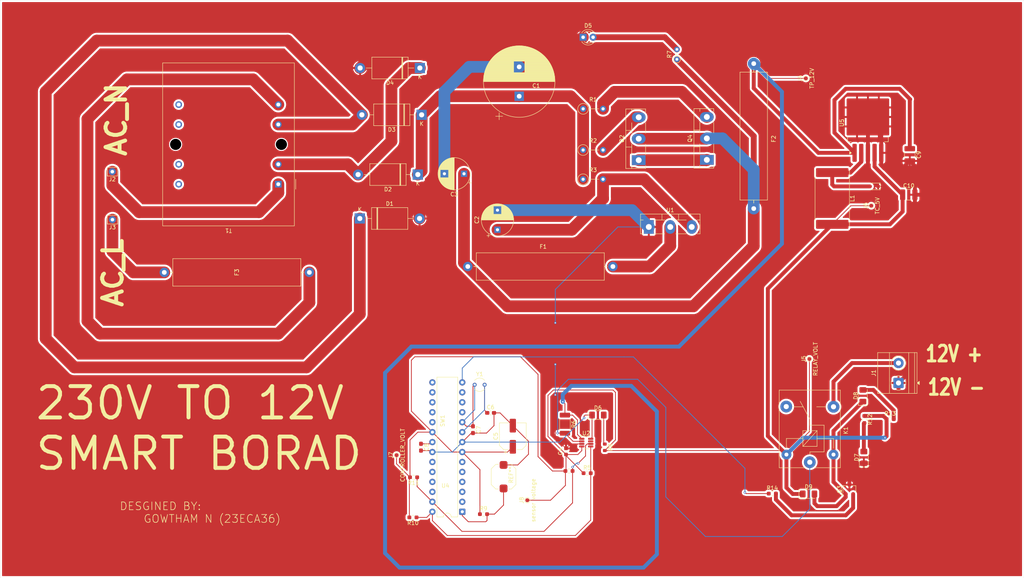
<source format=kicad_pcb>
(kicad_pcb (version 20241229) (generator "pcbnew") (generator_version "9.0")
  (layers (0 "F.Cu" signal) (2 "B.Cu" signal) (13 "F.Paste" user) (15 "B.Paste" user) (5 "F.SilkS" user "F.Silkscreen") (7 "B.SilkS" user "B.Silkscreen") (1 "F.Mask" user) (3 "B.Mask" user) (25 "Edge.Cuts" user))
  (net 0 "")
  (net 1 "Net-(D2-K)")
  (net 2 "Net-(Q2-B)")
  (net 3 "Net-(Q2-C)")
  (net 4 "TP_5V")
  (net 5 "GND_LOGIC")
  (net 6 "Net-(U4-XTAL1{slash}PB6)")
  (net 7 "Net-(U4-XTAL2{slash}PB7)")
  (net 8 "Net-(U4-AREF)")
  (net 9 "GND_POWER")
  (net 10 "Net-(D1-K)")
  (net 11 "Net-(D2-A)")
  (net 12 "Net-(D5-A)")
  (net 13 "Net-(D6-A)")
  (net 14 "Net-(D7-A)")
  (net 15 "Net-(D8-K)")
  (net 16 "Net-(D8-A)")
  (net 17 "Net-(D10-A)")
  (net 18 "Net-(U1-VO)")
  (net 19 "/12V+")
  (net 20 "Net-(T1-AB)")
  (net 21 "Net-(J3-Pin_1)")
  (net 22 "Net-(J1-Pin_2)")
  (net 24 "/LIN1")
  (net 25 "Net-(Q2-E)")
  (net 26 "Net-(Q3-B)")
  (net 27 "Net-(Q4-E)")
  (net 28 "TP_SDA")
  (net 29 "TP_SCL")
  (net 30 "Net-(U4-~{RESET}{slash}PC6)")
  (net 31 "/RELAY_DATA")
  (net 49 "Net-(J2-Pin_1)")
  (footprint "Resistor_SMD:R_2010_5025Metric" (layer "F.Cu") (at 161.9575 123.035 -90)
    (property "Reference" "R6")
    (property "Value" "R_Small")
  )
  (footprint "LED_SMD:LED_1206_3216Metric_Pad1.42x1.75mm_HandSolder" (layer "F.Cu") (at 237.94 115.7875 90)
    (property "Reference" "D8")
    (property "Value" "LED")
  )
  (footprint "Fuse:Fuse_SunFuse-6HP" (layer "F.Cu") (at 210.11 68.01 90)
    (property "Reference" "F2")
    (property "Value" "10A")
  )
  (footprint "Capacitor_THT:CP_Radial_D18.0mm_P7.50mm" (layer "F.Cu") (at 150.3 39.34 90)
    (property "Reference" "C1")
    (property "Value" "47000uF")
  )
  (footprint "Package_TO_SOT_THT:TO-218-3_Vertical" (layer "F.Cu") (at 198.15 55.575 90)
    (property "Reference" "Q4")
    (property "Value" "TIP2955")
  )
  (footprint "Resistor_THT:R_Axial_DIN0207_L6.3mm_D2.5mm_P5.08mm_Vertical" (layer "F.Cu") (at 166.595 53.06)
    (property "Reference" "R2")
    (property "Value" "5W O.1ohm")
  )
  (footprint "Diode_SMD:D_1206_3216Metric_Pad1.42x1.75mm_HandSolder" (layer "F.Cu") (at 224.1025 140.85)
    (property "Reference" "D9")
    (property "Value" "D")
  )
  (footprint "Package_DIP:DIP-28_W7.62mm" (layer "F.Cu") (at 135.7825 145.395 180)
    (property "Reference" "U4")
    (property "Value" "ATmega328P-P")
  )
  (footprint "Transformer_THT:Transformer_Triad_VPP16-310" (layer "F.Cu") (at 88.87 61.79 180)
    (property "Reference" "T1")
    (property "Value" "Transformer_1P_1S")
  )
  (footprint "Resistor_SMD:R_0603_1608Metric_Pad0.98x0.95mm_HandSolder" (layer "F.Cu") (at 123.2025 146.835 180)
    (property "Reference" "R10")
    (property "Value" "R_Small_US")
  )
  (footprint "Resistor_THT:R_Axial_DIN0207_L6.3mm_D2.5mm_P5.08mm_Vertical" (layer "F.Cu") (at 166.595 60.53)
    (property "Reference" "R3")
    (property "Value" "5W O.1ohm")
  )
  (footprint "Fuse:Fuse_SunFuse-6HP" (layer "F.Cu") (at 96.79 84.3 180)
    (property "Reference" "F3")
    (property "Value" "Fuse")
  )
  (footprint "Package_TO_SOT_SMD:TO-263-5_TabPin3" (layer "F.Cu") (at 239.23 46.13 90)
    (property "Reference" "U5")
    (property "Value" "LM2576HVS-3.3")
  )
  (footprint "Capacitor_THT:CP_Radial_D8.0mm_P5.00mm" (layer "F.Cu") (at 136.2226 59.12 180)
    (property "Reference" "C3")
    (property "Value" "10UF")
  )
  (footprint "Capacitor_SMD:C_1210_3225Metric_Pad1.33x2.70mm_HandSolder" (layer "F.Cu") (at 249.645 64.475)
    (property "Reference" "C10")
    (property "Value" "100UF")
  )
  (footprint "Relay_THT:Relay_SPDT_SANYOU_SRD_Series_Form_C" (layer "F.Cu") (at 224.4 132.75 90)
    (property "Reference" "K1")
    (property "Value" "SANYOU_SRD_Form_C")
  )
  (footprint "Resistor_SMD:R_0603_1608Metric_Pad0.98x0.95mm_HandSolder" (layer "F.Cu") (at 238.32 121.85 -90)
    (property "Reference" "R12")
    (property "Value" "1K")
  )
  (footprint "Inductor_SMD:L_Coilcraft_2929SQ-501" (layer "F.Cu") (at 230.135 65.425 -90)
    (property "Reference" "L1")
    (property "Value" "100UH")
  )
  (footprint "Diode_THT:D_DO-201AE_P15.24mm_Horizontal" (layer "F.Cu") (at 124.97 32.13 180)
    (property "Reference" "D4")
    (property "Value" "D")
  )
  (footprint "Capacitor_SMD:C_0603_1608Metric_Pad1.08x0.95mm_HandSolder" (layer "F.Cu") (at 143.0125 120.155)
    (property "Reference" "C6")
    (property "Value" "C")
  )
  (footprint "Connector_Pin:Pin_D0.9mm_L10.0mm_W2.4mm_FlatFork" (layer "F.Cu") (at 46.57 70.84)
    (property "Reference" "J3")
    (property "Value" "AC N")
  )
  (footprint "Package_TO_SOT_SMD:SC-59" (layer "F.Cu") (at 234.51 139.69 90)
    (property "Reference" "Q3")
    (property "Value" "BC547")
  )
  (footprint "TestPoint:TestPoint_Pad_D1.0mm" (layer "F.Cu") (at 223.4 34.78 90)
    (property "Reference" "J4")
    (property "Value" "TP_12V")
  )
  (footprint "Connector_Pin:Pin_D0.9mm_L10.0mm_W2.4mm_FlatFork" (layer "F.Cu") (at 46.54 58.59)
    (property "Reference" "J2")
    (property "Value" "AC L")
  )
  (footprint "Resistor_SMD:R_0603_1608Metric_Pad0.98x0.95mm_HandSolder" (layer "F.Cu") (at 123.3625 136.595 180)
    (property "Reference" "R11")
    (property "Value" "R_Small_US")
  )
  (footprint "Capacitor_SMD:C_0603_1608Metric" (layer "F.Cu") (at 162.2375 130.005 90)
    (property "Reference" "C4")
    (property "Value" "100 nf")
  )
  (footprint "Resistor_SMD:R_0603_1608Metric_Pad0.98x0.95mm_HandSolder" (layer "F.Cu") (at 244.9 121.76)
    (property "Reference" "R13")
    (property "Value" "1K")
  )
  (footprint "Diode_THT:D_DO-201AE_P15.24mm_Horizontal" (layer "F.Cu") (at 124.45 59.33 180)
    (property "Reference" "D2")
    (property "Value" "D")
  )
  (footprint "Resistor_SMD:R_0603_1608Metric_Pad0.98x0.95mm_HandSolder" (layer "F.Cu") (at 141.1925 146.005)
    (property "Reference" "R9")
    (property "Value" "10K")
  )
  (footprint "TestPoint:TestPoint_Pad_D1.0mm" (layer "F.Cu") (at 119.03 130.95 90)
    (property "Reference" "J7")
    (property "Value" "CONTROLLER_VOLT")
  )
  (footprint "Resistor_THT:R_Axial_DIN0207_L6.3mm_D2.5mm_P5.08mm_Vertical" (layer "F.Cu") (at 166.605 42.55)
    (property "Reference" "R1")
    (property "Value" "5W O.1ohm")
  )
  (footprint "Resistor_SMD:R_0603_1608Metric" (layer "F.Cu") (at 172.1275 128.945 -90)
    (property "Reference" "R8")
    (property "Value" "1k")
  )
  (footprint "Resistor_SMD:R_0603_1608Metric_Pad0.98x0.95mm_HandSolder" (layer "F.Cu") (at 162.9975 134.9925)
    (property "Reference" "R4" (hide yes))
    (property "Value" "10k")
  )
  (footprint "TerminalBlock_Phoenix:TerminalBlock_Phoenix_MKDS-1,5-2-5.08_1x02_P5.08mm_Horizontal" (layer "F.Cu") (at 247.03 112.52 90)
    (property "Reference" "J1")
    (property "Value" "load")
  )
  (footprint "Resistor_THT:R_Axial_DIN0204_L3.6mm_D1.6mm_P2.54mm_Vertical" (layer "F.Cu") (at 190.52 29.92 90)
    (property "Reference" "R7")
    (property "Value" "1k")
  )
  (footprint "Capacitor_SMD:C_1210_3225Metric_Pad1.33x2.70mm_HandSolder" (layer "F.Cu") (at 249.905 54.285 -90)
    (property "Reference" "C9")
    (property "Value" "100UF")
  )
  (footprint "LED_THT:LED_D3.0mm" (layer "F.Cu") (at 166.6 24.28)
    (property "Reference" "D5")
    (property "Value" "LED")
  )
  (footprint "TestPoint:TestPoint_Pad_D1.0mm" (layer "F.Cu") (at 152.37 142.46 90)
    (property "Reference" "J8")
    (property "Value" "sensor voltage")
  )
  (footprint "Capacitor_THT:CP_Radial_D8.0mm_P5.00mm" (layer "F.Cu") (at 144.76 73.41238 90)
    (property "Reference" "C2")
    (property "Value" "470uF")
  )
  (footprint "LED_SMD:LED_1206_3216Metric_Pad1.42x1.75mm_HandSolder" (layer "F.Cu") (at 170.37 120.705)
    (property "Reference" "D6")
    (property "Value" "LED")
  )
  (footprint "Diode_THT:D_DO-201AE_P15.24mm_Horizontal" (layer "F.Cu") (at 125.42 44.08 180)
    (property "Reference" "D3")
    (property "Value" "D")
  )
  (footprint "Resistor_SMD:R_0603_1608Metric_Pad0.98x0.95mm_HandSolder" (layer "F.Cu") (at 214.85 140.76)
    (property "Reference" "R14")
    (property "Value" "R_Small_US")
  )
  (footprint "Capacitor_SMD:CP_Elec_6.3x5.7" (layer "F.Cu") (at 148.6725 126.115 90)
    (property "Reference" "C5")
    (property "Value" "10UF")
  )
  (footprint "Package_TO_SOT_SMD:SOT-23-8" (layer "F.Cu") (at 167.395 127.75)
    (property "Reference" "U2")
    (property "Value" "INA219AxDCN")
  )
  (footprint "Resistor_SMD:R_0603_1608Metric_Pad0.98x0.95mm_HandSolder" (layer "F.Cu") (at 167.6275 135.5525)
    (property "Reference" "R5")
    (property "Value" "10k")
  )
  (footprint "Button_Switch_SMD:SW_Push_1TS009xxxx-xxxx-xxxx_6x6x5mm" (layer "F.Cu") (at 146.3125 136.445 90)
    (property "Reference" "SW1")
    (property "Value" "SW_Push")
  )
  (footprint "LED_SMD:LED_1206_3216Metric_Pad1.42x1.75mm_HandSolder" (layer "F.Cu") (at 238.19 131.5175 90)
    (property "Reference" "D7")
    (property "Value" "LED")
  )
  (footprint "Diode_THT:D_DO-201AE_P15.24mm_Horizontal" (layer "F.Cu") (at 109.65 70.54)
    (property "Reference" "D1")
    (property "Value" "D")
  )
  (footprint "Fuse:Fuse_SunFuse-6HP" (layer "F.Cu") (at 174.19 82.8 180)
    (property "Reference" "F1")
    (property "Value" "1A")
  )
  (footprint "Package_TO_SOT_THT:TO-218-3_Vertical" (layer "F.Cu") (at 183.35 72.7)
    (property "Reference" "U1")
    (property "Value" "LM1084-5.0")
  )
  (footprint "Diode_SMD:D_SOD-323" (layer "F.Cu") (at 240.785 62.355 180)
    (property "Reference" "D10" (hide yes))
    (property "Value" "MBR30")
  )
  (footprint "TestPoint:TestPoint_Pad_D1.0mm" (layer "F.Cu") (at 240.09 67.28 90)
    (property "Reference" "J6")
    (property "Value" "TC_5V")
  )
  (footprint "TestPoint:TestPoint_Pad_D1.0mm" (layer "F.Cu") (at 224.31 106.4 90)
    (property "Reference" "J5")
    (property "Value" "RELAY_VOLT")
  )
  (footprint "Package_TO_SOT_THT:TO-218-3_Vertical" (layer "F.Cu") (at 180.78 55.655 90)
    (property "Reference" "Q2")
    (property "Value" "TIP2955")
  )
  (footprint "Crystal:Crystal_AT310_D3.0mm_L10.0mm_Vertical" (layer "F.Cu") (at 138.9425 112.975)
    (property "Reference" "Y1")
    (property "Value" "Crystal")
  )
  (footprint "Capacitor_SMD:C_0603_1608Metric_Pad1.08x0.95mm_HandSolder" (layer "F.Cu") (at 125.2525 128.915 -90)
    (property "Reference" "C8")
    (property "Value" "10uf")
  )
  (footprint "Capacitor_SMD:C_0603_1608Metric_Pad1.08x0.95mm_HandSolder" (layer "F.Cu") (at 138.5125 124.445 -90)
    (property "Reference" "C7")
    (property "Value" "C")
  )
  (gr_rect (start 17.92 14.8) (end 279.03 162.32) (stroke (width 0.05)) (fill no) (layer "Edge.Cuts"))
  (gr_text "AC_L\n\n" (at 57.66 93.61 90) (layer "F.SilkS") (effects (font (size 5 5) (thickness 1)) (justify left bottom)))
  (gr_text "12V -\n" (at 254.13 115.94 0) (layer "F.SilkS") (effects (font (size 4 3) (thickness 0.75)) (justify left bottom)))
  (gr_text "DESGINED BY:\n    GOWTHAM N (23ECA36)\n" (at 48.33 148.35 0) (layer "F.SilkS") (effects (font (size 2 2)) (justify left bottom)))
  (gr_text "12V +" (at 253.57 107.42 0) (layer "F.SilkS") (effects (font (size 4 3) (thickness 0.75)) (justify left bottom)))
  (gr_text "AC_N\n" (at 50.48 55.11 90) (layer "F.SilkS") (effects (font (size 5 5) (thickness 1)) (justify left bottom)))
  (gr_text "230V TO 12V\nSMART BORAD\n" (at 26.45 135.23 0) (layer "F.SilkS") (effects (font (size 8 8) (thickness 1)) (justify left bottom)))
  (segment (start 166.605 53.05) (end 166.595 53.06) (width 3) (layer "F.Cu") (net 1))
  (segment (start 130.16 39.34) (end 125.42 44.08) (width 3) (layer "F.Cu") (net 1))
  (segment (start 166.605 42.55) (end 166.605 53.05) (width 3) (layer "F.Cu") (net 1))
  (segment (start 150.3 39.34) (end 163.395 39.34) (width 3) (layer "F.Cu") (net 1))
  (segment (start 163.395 39.34) (end 166.605 42.55) (width 3) (layer "F.Cu") (net 1))
  (segment (start 166.595 53.06) (end 166.595 60.53) (width 3) (layer "F.Cu") (net 1))
  (segment (start 125.42 44.08) (end 125.42 58.36) (width 3) (layer "F.Cu") (net 1))
  (segment (start 125.42 58.36) (end 124.45 59.33) (width 3) (layer "F.Cu") (net 1))
  (segment (start 150.3 39.34) (end 130.16 39.34) (width 3) (layer "F.Cu") (net 1))
  (segment (start 180.78 55.655) (end 198.07 55.655) (width 3) (layer "F.Cu") (net 2))
  (segment (start 144.76 73.41238) (end 163.72762 73.41238) (width 3) (layer "F.Cu") (net 2))
  (segment (start 182.13 60.53) (end 171.675 60.53) (width 3) (layer "F.Cu") (net 2))
  (segment (start 171.675 65.435) (end 171.675 60.53) (width 3) (layer "F.Cu") (net 2))
  (segment (start 171.69 65.45) (end 171.675 65.435) (width 3) (layer "F.Cu") (net 2))
  (segment (start 198.07 55.655) (end 198.15 55.575) (width 3) (layer "F.Cu") (net 2))
  (segment (start 163.72762 73.41238) (end 171.69 65.45) (width 3) (layer "F.Cu") (net 2))
  (segment (start 194.3 72.7) (end 182.13 60.53) (width 3) (layer "F.Cu") (net 2))
  (segment (start 210.11 77.56) (end 210.11 68.01) (width 3) (layer "F.Cu") (net 3))
  (segment (start 194.72 92.95) (end 210.11 77.56) (width 3) (layer "F.Cu") (net 3))
  (segment (start 136.2226 59.12) (end 136.2226 81.8326) (width 3) (layer "F.Cu") (net 3))
  (segment (start 190.52 29.92) (end 210.11 49.51) (width 1.5) (layer "F.Cu") (net 3))
  (segment (start 198.07 50.18) (end 198.15 50.1) (width 3) (layer "F.Cu") (net 3))
  (segment (start 136.2226 81.8326) (end 137.19 82.8) (width 3) (layer "F.Cu") (net 3))
  (segment (start 137.19 82.8) (end 147.34 92.95) (width 3) (layer "F.Cu") (net 3))
  (segment (start 210.11 49.51) (end 210.11 68.01) (width 1.5) (layer "F.Cu") (net 3))
  (segment (start 147.34 92.95) (end 194.72 92.95) (width 3) (layer "F.Cu") (net 3))
  (segment (start 180.78 50.18) (end 198.07 50.18) (width 3) (layer "F.Cu") (net 3))
  (segment (start 198.15 50.1) (end 202.14 50.1) (width 3) (layer "B.Cu") (net 3))
  (segment (start 210.11 58.07) (end 210.11 68.01) (width 3) (layer "B.Cu") (net 3))
  (segment (start 202.14 50.1) (end 210.11 58.07) (width 3) (layer "B.Cu") (net 3))
  (segment (start 243.9875 126.0925) (end 243.58 126.5) (width 1) (layer "F.Cu") (net 4))
  (segment (start 162.085 134.9925) (end 158.7775 134.9925) (width 0.2) (layer "F.Cu") (net 4))
  (segment (start 122.45 127.0775) (end 124.4525 125.075) (width 0.2) (layer "F.Cu") (net 4))
  (segment (start 238.32 120.9375) (end 243.165 120.9375) (width 1) (layer "F.Cu") (net 4))
  (segment (start 122.29 146.835) (end 122.29 136.755) (width 0.2) (layer "F.Cu") (net 4))
  (segment (start 123.6775 105.8425) (end 122.7975 106.7225) (width 0.2) (layer "F.Cu") (net 4))
  (segment (start 218.45 131.39) (end 218.45 139.24) (width 1) (layer "F.Cu") (net 4))
  (segment (start 174.2275 114.3125) (end 159.0175 114.3125) (width 0.2) (layer "F.Cu") (net 4))
  (segment (start 218.45 130.8) (end 213.71 126.06) (width 1) (layer "F.Cu") (net 4))
  (segment (start 162.2375 134.84) (end 162.085 134.9925) (width 0.2) (layer "F.Cu") (net 4))
  (segment (start 166.2575 129.7925) (end 165.27 130.78) (width 0.2) (layer "F.Cu") (net 4))
  (segment (start 234.885 67.28) (end 230.135 72.03) (width 0.2) (layer "F.Cu") (net 4))
  (segment (start 240.93 57.3225) (end 248.0825 64.475) (width 1) (layer "F.Cu") (net 4))
  (segment (start 213.71 126.06) (end 213.71 88.455) (width 1) (layer "F.Cu") (net 4))
  (segment (start 119.03 133.175) (end 122.45 136.595) (width 0.2) (layer "F.Cu") (net 4))
  (segment (start 243.9875 121.76) (end 243.9875 126.0925) (width 1) (layer "F.Cu") (net 4))
  (segment (start 240.93 53.78) (end 240.93 57.3225) (width 1) (layer "F.Cu") (net 4))
  (segment (start 122.45 136.595) (end 122.45 127.0775) (width 0.2) (layer "F.Cu") (net 4))
  (segment (start 162.085 138.665) (end 162.085 134.9925) (width 0.2) (layer "F.Cu") (net 4))
  (segment (start 133.2425 130.155) (end 128.1625 125.075) (width 0.2) (layer "F.Cu") (net 4))
  (segment (start 172.1275 129.77) (end 217.42 129.77) (width 0.2) (layer "F.Cu") (net 4))
  (segment (start 147.3325 130.155) (end 135.7825 130.155) (width 0.2) (layer "F.Cu") (net 4))
  (segment (start 158.7775 134.9925) (end 155.1075 131.3225) (width 0.2) (layer "F.Cu") (net 4))
  (segment (start 119.03 130.95) (end 119.03 133.175) (width 0.2) (layer "F.Cu") (net 4))
  (segment (start 230.135 72.03) (end 244.84 72.03) (width 1) (layer "F.Cu") (net 4))
  (segment (start 243.165 120.9375) (end 243.9875 121.76) (width 1) (layer "F.Cu") (net 4))
  (segment (start 174.8475 127.05) (end 174.8475 114.9325) (width 0.2) (layer "F.Cu") (net 4))
  (segment (start 157.6275 126.17) (end 162.2375 130.78) (width 0.2) (layer "F.Cu") (net 4))
  (segment (start 124.4525 125.075) (end 128.1625 125.075) (width 0.2) (layer "F.Cu") (net 4))
  (segment (start 140.28 146.005) (end 140.28 134.6525) (width 0.2) (layer "F.Cu") (net 4))
  (segment (start 148.6725 128.815) (end 147.3325 130.155) (width 0.2) (layer "F.Cu") (net 4))
  (segment (start 220.06 140.85) (end 222.615 140.85) (width 1) (layer "F.Cu") (net 4))
  (segment (start 162.2375 130.78) (end 162.2375 134.84) (width 0.2) (layer "F.Cu") (net 4))
  (segment (start 162.2375 131.075) (end 162.2375 130.78) (width 0.2) (layer "F.Cu") (net 4))
  (segment (start 150.6175 105.8425) (end 123.6775 105.8425) (width 0.2) (layer "F.Cu") (net 4))
  (segment (start 166.2575 128.725) (end 166.2575 129.7925) (width 0.2) (layer "F.Cu") (net 4))
  (segment (start 224.31 124.94) (end 218.45 130.8) (width 0.2) (layer "F.Cu") (net 4))
  (segment (start 157.6275 115.7025) (end 157.6275 126.17) (width 0.2) (layer "F.Cu") (net 4))
  (segment (start 135.7825 130.155) (end 133.2425 130.155) (width 0.2) (layer "F.Cu") (net 4))
  (segment (start 122.7975 119.71) (end 128.1625 125.075) (width 0.2) (layer "F.Cu") (net 4))
  (segment (start 217.42 129.77) (end 218.45 130.8) (width 0.2) (layer "F.Cu") (net 4))
  (segment (start 166.715 135.5525) (end 162.2375 131.075) (width 0.2) (layer "F.Cu") (net 4))
  (segment (start 159.0175 114.3125) (end 157.6275 115.7025) (width 0.2) (layer "F.Cu") (net 4))
  (segment (start 172.1275 129.77) (end 174.8475 127.05) (width 0.2) (layer "F.Cu") (net 4))
  (segment (start 213.71 88.455) (end 230.135 72.03) (width 1) (layer "F.Cu") (net 4))
  (segment (start 122.29 136.755) (end 122.45 136.595) (width 0.2) (layer "F.Cu") (net 4))
  (segment (start 152.37 142.46) (end 158.29 142.46) (width 0.2) (layer "F.Cu") (net 4))
  (segment (start 240.09 67.28) (end 234.885 67.28) (width 0.2) (layer "F.Cu") (net 4))
  (segment (start 122.7975 106.7225) (end 122.7975 119.71) (width 0.2) (layer "F.Cu") (net 4))
  (segment (start 155.1075 131.3225) (end 155.1075 110.3325) (width 0.2) (layer "F.Cu") (net 4))
  (segment (start 224.31 106.4) (end 224.31 124.94) (width 0.2) (layer "F.Cu") (net 4))
  (segment (start 218.45 130.8) (end 218.45 131.39) (width 1) (layer "F.Cu") (net 4))
  (segment (start 248.0825 68.7875) (end 248.0825 64.475) (width 1) (layer "F.Cu") (net 4))
  (segment (start 165.27 130.78) (end 162.2375 130.78) (width 0.2) (layer "F.Cu") (net 4))
  (segment (start 158.29 142.46) (end 162.085 138.665) (width 0.2) (layer "F.Cu") (net 4))
  (segment (start 244.84 72.03) (end 248.0825 68.7875) (width 1) (layer "F.Cu") (net 4))
  (segment (start 218.45 139.24) (end 220.06 140.85) (width 1) (layer "F.Cu") (net 4))
  (segment (start 140.28 134.6525) (end 135.7825 130.155) (width 0.2) (layer "F.Cu") (net 4))
  (segment (start 174.8475 114.9325) (end 174.2275 114.3125) (width 0.2) (layer "F.Cu") (net 4))
  (segment (start 155.1075 110.3325) (end 150.6175 105.8425) (width 0.2) (layer "F.Cu") (net 4))
  (via (at 243.58 126.5) (size 0.6) (drill 0.3) (layers "F.Cu" "B.Cu") (net 4))
  (segment (start 222.75 126.5) (end 243.58 126.5) (width 1) (layer "B.Cu") (net 4))
  (segment (start 218.45 130.8) (end 222.75 126.5) (width 1) (layer "B.Cu") (net 4))
  (segment (start 166.8475 120.9725) (end 167.115 120.705) (width 0.2) (layer "F.Cu") (net 5))
  (segment (start 143.875 123.4125) (end 141.98 125.3075) (width 0.2) (layer "F.Cu") (net 5))
  (segment (start 166.8475 121.4425) (end 166.8475 120.9725) (width 0.2) (layer "F.Cu") (net 5))
  (segment (start 145.4125 120.155) (end 148.6725 123.415) (width 0.2) (layer "F.Cu") (net 5))
  (segment (start 168.8825 120.705) (end 168.8825 126.425) (width 0.2) (layer "F.Cu") (net 5))
  (segment (start 152.6625 127.405) (end 148.6725 123.415) (width 0.2) (layer "F.Cu") (net 5))
  (segment (start 146.3125 133.445) (end 149.9325 133.445) (width 0.2) (layer "F.Cu") (net 5))
  (segment (start 127.785 129.7775) (end 128.1625 130.155) (width 0.2) (layer "F.Cu") (net 5))
  (segment (start 152.6625 130.715) (end 152.6625 127.405) (width 0.2) (layer "F.Cu") (net 5))
  (segment (start 167.115 120.705) (end 168.8825 120.705) (width 0.2) (layer "F.Cu") (net 5))
  (segment (start 141.98 125.3075) (end 138.5125 125.3075) (width 0.2) (layer "F.Cu") (net 5))
  (segment (start 125.2525 129.7775) (end 127.785 129.7775) (width 0.2) (layer "F.Cu") (net 5))
  (segment (start 143.875 120.155) (end 143.875 123.4125) (width 0.2) (layer "F.Cu") (net 5))
  (segment (start 135.7825 127.615) (end 138.09 125.3075) (width 0.2) (layer "F.Cu") (net 5))
  (segment (start 149.9325 133.445) (end 152.6625 130.715) (width 0.2) (layer "F.Cu") (net 5))
  (segment (start 138.09 125.3075) (end 138.5125 125.3075) (width 0.2) (layer "F.Cu") (net 5))
  (segment (start 168.8825 126.425) (end 168.5325 126.775) (width 0.2) (layer "F.Cu") (net 5))
  (segment (start 143.875 120.155) (end 145.4125 120.155) (width 0.2) (layer "F.Cu") (net 5))
  (via (at 166.8475 121.4425) (size 0.6) (drill 0.3) (layers "F.Cu" "B.Cu") (net 5))
  (segment (start 133.2425 130.155) (end 135.7825 127.615) (width 0.2) (layer "B.Cu") (net 5))
  (segment (start 135.7825 127.615) (end 160.675 127.615) (width 0.2) (layer "B.Cu") (net 5))
  (segment (start 160.675 127.615) (end 166.8475 121.4425) (width 0.2) (layer "B.Cu") (net 5))
  (segment (start 128.1625 130.155) (end 133.2425 130.155) (width 0.2) (layer "B.Cu") (net 5))
  (segment (start 141.4825 119.4875) (end 142.15 120.155) (width 0.2) (layer "F.Cu") (net 6))
  (segment (start 141.4825 112.975) (end 141.4825 119.4875) (width 0.2) (layer "F.Cu") (net 6))
  (segment (start 141.4825 112.975) (end 141.4825 119.375) (width 0.2) (layer "B.Cu") (net 6))
  (segment (start 141.4825 119.375) (end 135.7825 125.075) (width 0.2) (layer "B.Cu") (net 6))
  (segment (start 136.83 123.5825) (end 135.7825 122.535) (width 0.2) (layer "F.Cu") (net 7))
  (segment (start 138.5125 113.405) (end 138.9425 112.975) (width 0.2) (layer "F.Cu") (net 7))
  (segment (start 138.5125 123.5825) (end 136.83 123.5825) (width 0.2) (layer "F.Cu") (net 7))
  (segment (start 138.5125 123.5825) (end 138.5125 113.405) (width 0.2) (layer "F.Cu") (net 7))
  (segment (start 138.9425 112.975) (end 138.9425 119.375) (width 0.2) (layer "B.Cu") (net 7))
  (segment (start 138.9425 119.375) (end 135.7825 122.535) (width 0.2) (layer "B.Cu") (net 7))
  (segment (start 127.725 128.0525) (end 128.1625 127.615) (width 0.2) (layer "F.Cu") (net 8))
  (segment (start 125.2525 128.0525) (end 127.725 128.0525) (width 0.2) (layer "F.Cu") (net 8))
  (segment (start 258.97 36.63) (end 242.53 20.19) (width 1) (layer "F.Cu") (net 9))
  (segment (start 162.23 129.23) (end 159.51 126.51) (width 0.2) (layer "F.Cu") (net 9))
  (segment (start 166.2575 128.075) (end 163.3925 128.075) (width 0.2) (layer "F.Cu") (net 9))
  (segment (start 247.03 112.52) (end 247.03 115.71) (width 1) (layer "F.Cu") (net 9))
  (segment (start 251.2075 64.475) (end 256.845 64.475) (width 1) (layer "F.Cu") (net 9))
  (segment (start 251.2075 57.15) (end 249.905 55.8475) (width 1) (layer "F.Cu") (net 9))
  (segment (start 251.2075 108.3425) (end 247.03 112.52) (width 1) (layer "F.Cu") (net 9))
  (segment (start 144.76 68.41238) (end 144.76 54.41) (width 3) (layer "F.Cu") (net 9))
  (segment (start 124.89 70.54) (end 124.89 65.4526) (width 3) (layer "F.Cu") (net 9))
  (segment (start 140.67 50.32) (end 135.4 50.32) (width 3) (layer "F.Cu") (net 9))
  (segment (start 158.979 31.84) (end 166.539 24.28) (width 3) (layer "F.Cu") (net 9))
  (segment (start 250.57 131.54) (end 249.105 133.005) (width 1) (layer "F.Cu") (net 9))
  (segment (start 143.44 24.98) (end 150.3 31.84) (width 3) (layer "F.Cu") (net 9))
  (segment (start 144.76 54.41) (end 140.67 50.32) (width 3) (layer "F.Cu") (net 9))
  (segment (start 109.73 32.13) (end 116.88 24.98) (width 3) (layer "F.Cu") (net 9))
  (segment (start 242.63 53.78) (end 242.63 47.68) (width 1) (layer "F.Cu") (net 9))
  (segment (start 150.3 31.84) (end 158.979 31.84) (width 3) (layer "F.Cu") (net 9))
  (segment (start 159.51 126.51) (end 159.51 115.56) (width 0.2) (layer "F.Cu") (net 9))
  (segment (start 251.2075 64.475) (end 251.2075 108.3425) (width 1) (layer "F.Cu") (net 9))
  (segment (start 243.445 57.765) (end 242.63 56.95) (width 1) (layer "F.Cu") (net 9))
  (segment (start 234.51 135.71) (end 234.51 138.49) (width 1) (layer "F.Cu") (net 9))
  (segment (start 159.51 97.18) (end 159.51 97.13) (width 0.2) (layer "F.Cu") (net 9))
  (segment (start 242.63 47.68) (end 242.005 47.055) (width 1) (layer "F.Cu") (net 9))
  (segment (start 247.03 115.71) (end 250.57 119.25) (width 1) (layer "F.Cu") (net 9))
  (segment (start 239.23 53.78) (end 239.23 44.63) (width 1) (layer "F.Cu") (net 9))
  (segment (start 159.51 107.78) (end 159.51 97.18) (width 0.2) (layer "F.Cu") (net 9))
  (segment (start 241.835 62.355) (end 239.23 59.75) (width 1) (layer "F.Cu") (net 9))
  (segment (start 116.88 24.98) (end 143.44 24.98) (width 3) (layer "F.Cu") (net 9))
  (segment (start 124.89 65.4526) (end 131.2226 59.12) (width 3) (layer "F.Cu") (net 9))
  (segment (start 166.6 21.17) (end 166.6 24.28) (width 1) (layer "F.Cu") (net 9))
  (segment (start 238.19 133.005) (end 237.215 133.005) (width 1) (layer "F.Cu") (net 9))
  (segment (start 258.97 62.35) (end 258.97 36.63) (width 1) (layer "F.Cu") (net 9))
  (segment (start 163.3925 128.075) (end 162.2375 129.23) (width 0.2) (layer "F.Cu") (net 9))
  (segment (start 162.2375 129.23) (end 162.23 129.23) (width 0.2) (layer "F.Cu") (net 9))
  (segment (start 242.53 20.19) (end 167.58 20.19) (width 1) (layer "F.Cu") (net 9))
  (segment (start 167.58 20.19) (end 166.6 21.17) (width 1) (layer "F.Cu") (net 9))
  (segment (start 135.4 50.32) (end 131.2226 54.4974) (width 3) (layer "F.Cu") (net 9))
  (segment (start 247.9875 57.765) (end 243.445 57.765) (width 1) (layer "F.Cu") (net 9))
  (segment (start 256.845 64.475) (end 258.97 62.35) (width 1) (layer "F.Cu") (net 9))
  (segment (start 249.905 55.8475) (end 247.9875 57.765) (width 1) (layer "F.Cu") (net 9))
  (segment (start 237.215 133.005) (end 234.51 135.71) (width 1) (layer "F.Cu") (net 9))
  (segment (start 249.105 133.005) (end 238.19 133.005) (width 1) (layer "F.Cu") (net 9))
  (segment (start 131.2226 54.4974) (end 131.2226 59.12) (width 3) (layer "F.Cu") (net 9))
  (segment (start 251.2075 64.475) (end 251.2075 57.15) (width 1) (layer "F.Cu") (net 9))
  (segment (start 250.57 119.25) (end 250.57 131.54) (width 1) (layer "F.Cu") (net 9))
  (segment (start 242.63 56.95) (end 242.63 53.78) (width 1) (layer "F.Cu") (net 9))
  (segment (start 239.23 59.75) (end 239.23 53.78) (width 1) (layer "F.Cu") (net 9))
  (via (at 159.51 97.18) (size 0.6) (drill 0.3) (layers "F.Cu" "B.Cu") (net 9))
  (via (at 159.51 107.78) (size 0.6) (drill 0.3) (layers "F.Cu" "B.Cu") (net 9))
  (via (at 159.51 115.56) (size 0.6) (drill 0.3) (layers "F.Cu" "B.Cu") (net 9))
  (segment (start 179.06238 68.41238) (end 183.35 72.7) (width 3) (layer "B.Cu") (net 9))
  (segment (start 137.56 31.84) (end 150.3 31.84) (width 3) (layer "B.Cu") (net 9))
  (segment (start 159.51 115.56) (end 159.51 107.78) (width 0.2) (layer "B.Cu") (net 9))
  (segment (start 131.2226 38.1774) (end 137.56 31.84) (width 3) (layer "B.Cu") (net 9))
  (segment (start 131.2226 59.12) (end 131.2226 38.1774) (width 3) (layer "B.Cu") (net 9))
  (segment (start 159.51 88.66) (end 175.47 72.7) (width 0.2) (layer "B.Cu") (net 9))
  (segment (start 159.51 97.18) (end 159.51 88.66) (width 0.2) (layer "B.Cu") (net 9))
  (segment (start 175.47 72.7) (end 183.35 72.7) (width 0.2) (layer "B.Cu") (net 9))
  (segment (start 144.76 68.41238) (end 179.06238 68.41238) (width 3) (layer "B.Cu") (net 9))
  (segment (start 29.56 101.23) (end 36.88 108.55) (width 3) (layer "F.Cu") (net 10))
  (segment (start 110.18 44.08) (end 91.24 25.14) (width 3) (layer "F.Cu") (net 10))
  (segment (start 91.24 25.14) (end 42.57 25.14) (width 3) (layer "F.Cu") (net 10))
  (segment (start 88.87 46.55) (end 107.71 46.55) (width 3) (layer "F.Cu") (net 10))
  (segment (start 29.56 38.15) (end 29.56 101.23) (width 3) (layer "F.Cu") (net 10))
  (segment (start 107.71 46.55) (end 110.18 44.08) (width 3) (layer "F.Cu") (net 10))
  (segment (start 42.57 25.14) (end 29.56 38.15) (width 3) (layer "F.Cu") (net 10))
  (segment (start 96.06 108.55) (end 109.65 94.96) (width 3) (layer "F.Cu") (net 10))
  (segment (start 109.65 94.96) (end 109.65 70.54) (width 3) (layer "F.Cu") (net 10))
  (segment (start 36.88 108.55) (end 96.06 108.55) (width 3) (layer "F.Cu") (net 10))
  (segment (start 106.59 56.71) (end 109.21 59.33) (width 3) (layer "F.Cu") (net 11))
  (segment (start 88.87 56.71) (end 106.59 56.71) (width 3) (layer "F.Cu") (net 11))
  (segment (start 122.22 32.13) (end 117.72 36.63) (width 3) (layer "F.Cu") (net 11))
  (segment (start 124.97 32.13) (end 122.22 32.13) (width 3) (layer "F.Cu") (net 11))
  (segment (start 117.72 50.82) (end 109.21 59.33) (width 3) (layer "F.Cu") (net 11))
  (segment (start 117.72 36.63) (end 117.72 50.82) (width 3) (layer "F.Cu") (net 11))
  (segment (start 169.14 24.28) (end 187.42 24.28) (width 1.5) (layer "F.Cu") (net 12))
  (segment (start 187.42 24.28) (end 190.52 27.38) (width 1.5) (layer "F.Cu") (net 12))
  (segment (start 171.8575 120.705) (end 171.8575 127.85) (width 0.2) (layer "F.Cu") (net 13))
  (segment (start 171.8575 127.85) (end 172.1275 128.12) (width 0.2) (layer "F.Cu") (net 13))
  (segment (start 238.19 122.8925) (end 238.32 122.7625) (width 1) (layer "F.Cu") (net 14))
  (segment (start 238.19 130.03) (end 238.19 122.8925) (width 1) (layer "F.Cu") (net 14))
  (segment (start 230.45 130.8) (end 230.45 137.78) (width 1) (layer "F.Cu") (net 15))
  (segment (start 230.45 137.78) (end 233.56 140.89) (width 1) (layer "F.Cu") (net 15))
  (segment (start 233.56 141.65) (end 233.56 140.89) (width 1) (layer "F.Cu") (net 15))
  (segment (start 225.59 143.23) (end 226.33 143.97) (width 1) (layer "F.Cu") (net 15))
  (segment (start 237.94 117.275) (end 230.45 124.765) (width 1) (layer "F.Cu") (net 15))
  (segment (start 226.33 143.97) (end 231.24 143.97) (width 1) (layer "F.Cu") (net 15))
  (segment (start 230.45 124.765) (end 230.45 130.8) (width 1) (layer "F.Cu") (net 15))
  (segment (start 225.59 140.85) (end 225.59 143.23) (width 1) (layer "F.Cu") (net 15))
  (segment (start 231.24 143.97) (end 233.56 141.65) (width 1) (layer "F.Cu") (net 15))
  (segment (start 240.61 114.3) (end 237.94 114.3) (width 1) (layer "F.Cu") (net 16))
  (segment (start 245.8125 121.76) (end 245.8125 119.5025) (width 1) (layer "F.Cu") (net 16))
  (segment (start 245.8125 119.5025) (end 240.61 114.3) (width 1) (layer "F.Cu") (net 16))
  (segment (start 230.605 62.355) (end 230.135 61.885) (width 1) (layer "F.Cu") (net 17))
  (segment (start 239.735 62.355) (end 230.605 62.355) (width 1) (layer "F.Cu") (net 17))
  (segment (start 237.53 56.08) (end 237.53 53.78) (width 1) (layer "F.Cu") (net 17))
  (segment (start 234.79 58.82) (end 237.53 56.08) (width 1) (layer "F.Cu") (net 17))
  (segment (start 230.135 61.885) (end 230.135 58.82) (width 1) (layer "F.Cu") (net 17))
  (segment (start 230.135 58.82) (end 234.79 58.82) (width 1) (layer "F.Cu") (net 17))
  (segment (start 188.825 77.525) (end 188.825 72.7) (width 3) (layer "F.Cu") (net 18))
  (segment (start 183.55 82.8) (end 188.825 77.525) (width 3) (layer "F.Cu") (net 18))
  (segment (start 174.19 82.8) (end 183.55 82.8) (width 3) (layer "F.Cu") (net 18))
  (segment (start 226.59 53.78) (end 210.11 37.3) (width 1) (layer "F.Cu") (net 19))
  (segment (start 213.88 34.78) (end 210.11 31.01) (width 0.2) (layer "F.Cu") (net 19))
  (segment (start 163.9025 120.7225) (end 161.9575 120.7225) (width 0.2) (layer "F.Cu") (net 19))
  (segment (start 165.16 125.6775) (end 165.16 121.98) (width 0.2) (layer "F.Cu") (net 19))
  (segment (start 210.11 37.3) (end 210.11 31.01) (width 1) (layer "F.Cu") (net 19))
  (segment (start 165.16 121.98) (end 163.9025 120.7225) (width 0.2) (layer "F.Cu") (net 19))
  (segment (start 247.305 37.435) (end 233.565 37.435) (width 1) (layer "F.Cu") (net 19))
  (segment (start 161.9575 117.8475) (end 161.41 117.3) (width 0.2) (layer "F.Cu") (net 19))
  (segment (start 249.995 40.125) (end 247.305 37.435) (width 1) (layer "F.Cu") (net 19))
  (segment (start 249.905 52.7225) (end 249.905 40.215) (width 1) (layer "F.Cu") (net 19))
  (segment (start 166.2575 126.775) (end 165.16 125.6775) (width 0.2) (layer "F.Cu") (net 19))
  (segment (start 249.905 40.215) (end 249.995 40.125) (width 1) (layer "F.Cu") (net 19))
  (segment (start 235.83 53.78) (end 226.59 53.78) (width 1) (layer "F.Cu") (net 19))
  (segment (start 230.695 48.645) (end 235.83 53.78) (width 1) (layer "F.Cu") (net 19))
  (segment (start 161.9575 120.7225) (end 161.9575 117.8475) (width 0.2) (layer "F.Cu") (net 19))
  (segment (start 223.4 34.78) (end 213.88 34.78) (width 0.2) (layer "F.Cu") (net 19))
  (segment (start 230.695 40.305) (end 230.695 48.645) (width 1) (layer "F.Cu") (net 19))
  (segment (start 233.565 37.435) (end 230.695 40.305) (width 1) (layer "F.Cu") (net 19))
  (via (at 161.41 117.3) (size 0.6) (drill 0.3) (layers "F.Cu" "B.Cu") (net 19))
  (segment (start 122.81 103.23) (end 116.09 109.95) (width 1) (layer "B.Cu") (net 19))
  (segment (start 119.78 159.65) (end 182.01 159.65) (width 1) (layer "B.Cu") (net 19))
  (segment (start 191.05 103.23) (end 122.81 103.23) (width 1) (layer "B.Cu") (net 19))
  (segment (start 182.01 159.65) (end 185.41 156.25) (width 1) (layer "B.Cu") (net 19))
  (segment (start 178.87 113.27) (end 163.61 113.27) (width 1) (layer "B.Cu") (net 19))
  (segment (start 116.09 109.95) (end 116.09 155.96) (width 1) (layer "B.Cu") (net 19))
  (segment (start 161.41 115.47) (end 161.41 117.3) (width 1) (layer "B.Cu") (net 19))
  (segment (start 217.3 76.98) (end 191.05 103.23) (width 1) (layer "B.Cu") (net 19))
  (segment (start 116.09 155.96) (end 119.78 159.65) (width 1) (layer "B.Cu") (net 19))
  (segment (start 210.11 31.01) (end 217.3 38.2) (width 1) (layer "B.Cu") (net 19))
  (segment (start 185.41 156.25) (end 185.41 119.81) (width 1) (layer "B.Cu") (net 19))
  (segment (start 217.3 38.2) (end 217.3 76.98) (width 1) (layer "B.Cu") (net 19))
  (segment (start 185.41 119.81) (end 178.87 113.27) (width 1) (layer "B.Cu") (net 19))
  (segment (start 161.41 117.3) (end 161.41 117.35) (width 1) (layer "B.Cu") (net 19))
  (segment (start 163.61 113.27) (end 161.41 115.47) (width 1) (layer "B.Cu") (net 19))
  (segment (start 210.11 31.01) (end 210.35 31.25) (width 3) (layer "B.Cu") (net 19))
  (segment (start 96.79 84.3) (end 96.79 92.01) (width 3) (layer "F.Cu") (net 20))
  (segment (start 40.205 96.735) (end 40.205 45.125) (width 3) (layer "F.Cu") (net 20))
  (segment (start 88.865 99.935) (end 43.405 99.935) (width 3) (layer "F.Cu") (net 20))
  (segment (start 50.295 35.035) (end 82.435 35.035) (width 3) (layer "F.Cu") (net 20))
  (segment (start 96.79 92.01) (end 88.865 99.935) (width 3) (layer "F.Cu") (net 20))
  (segment (start 82.435 35.035) (end 88.87 41.47) (width 3) (layer "F.Cu") (net 20))
  (segment (start 40.205 45.125) (end 50.295 35.035) (width 3) (layer "F.Cu") (net 20))
  (segment (start 43.405 99.935) (end 40.205 96.735) (width 3) (layer "F.Cu") (net 20))
  (segment (start 51.94 84.3) (end 59.79 84.3) (width 3) (layer "F.Cu") (net 21))
  (segment (start 46.57 78.93) (end 51.94 84.3) (width 3) (layer "F.Cu") (net 21))
  (segment (start 46.57 70.84) (end 46.57 78.93) (width 3) (layer "F.Cu") (net 21))
  (segment (start 230.45 118.6) (end 230.45 112.18) (width 1) (layer "F.Cu") (net 22))
  (segment (start 235.19 107.44) (end 247.03 107.44) (width 1) (layer "F.Cu") (net 22))
  (segment (start 230.45 112.18) (end 235.19 107.44) (width 1) (layer "F.Cu") (net 22))
  (segment (start 166.2575 127.425) (end 164.035 127.425) (width 0.2) (layer "F.Cu") (net 24))
  (segment (start 164.035 127.425) (end 161.9575 125.3475) (width 0.2) (layer "F.Cu") (net 24))
  (segment (start 160.111 125.321) (end 161.931 125.321) (width 0.2) (layer "F.Cu") (net 24))
  (segment (start 161.931 125.321) (end 161.9575 125.3475) (width 0.2) (layer "F.Cu") (net 24))
  (via (at 160.111 125.321) (size 0.6) (drill 0.3) (layers "F.Cu" "B.Cu") (net 24))
  (segment (start 187.68 141.6) (end 187.68 118.75) (width 0.2) (layer "B.Cu") (net 24))
  (segment (start 224.4 144.69) (end 217.39 151.7) (width 0.2) (layer "B.Cu") (net 24))
  (segment (start 217.39 151.7) (end 197.78 151.7) (width 0.2) (layer "B.Cu") (net 24))
  (segment (start 180.52 111.59) (end 162.83 111.59) (width 0.2) (layer "B.Cu") (net 24))
  (segment (start 197.78 151.7) (end 187.68 141.6) (width 0.2) (layer "B.Cu") (net 24))
  (segment (start 160.111 114.309) (end 160.111 125.321) (width 0.2) (layer "B.Cu") (net 24))
  (segment (start 187.68 118.75) (end 180.52 111.59) (width 0.2) (layer "B.Cu") (net 24))
  (segment (start 162.83 111.59) (end 160.111 114.309) (width 0.2) (layer "B.Cu") (net 24))
  (segment (start 224.4 132.75) (end 224.4 144.69) (width 0.2) (layer "B.Cu") (net 24))
  (segment (start 180.03 44.705) (end 171.675 53.06) (width 3) (layer "F.Cu") (net 25))
  (segment (start 180.78 44.705) (end 180.03 44.705) (width 3) (layer "F.Cu") (net 25))
  (segment (start 215.7625 142.2825) (end 219.78 146.3) (width 1) (layer "F.Cu") (net 26))
  (segment (start 235.46 144.42) (end 235.46 140.89) (width 1) (layer "F.Cu") (net 26))
  (segment (start 233.58 146.3) (end 235.46 144.42) (width 1) (layer "F.Cu") (net 26))
  (segment (start 219.78 146.3) (end 233.58 146.3) (width 1) (layer "F.Cu") (net 26))
  (segment (start 215.7625 140.76) (end 215.7625 142.2825) (width 1) (layer "F.Cu") (net 26))
  (segment (start 191.735 38.21) (end 198.15 44.625) (width 3) (layer "F.Cu") (net 27))
  (segment (start 174.63 38.21) (end 191.735 38.21) (width 3) (layer "F.Cu") (net 27))
  (segment (start 171.685 42.55) (end 171.685 41.155) (width 3) (layer "F.Cu") (net 27))
  (segment (start 171.685 41.155) (end 174.63 38.21) (width 3) (layer "F.Cu") (net 27))
  (segment (start 165.345 133.025) (end 165.28 133.09) (width 0.2) (layer "F.Cu") (net 28))
  (segment (start 167.221 128.519) (end 167.221 131.149) (width 0.2) (layer "F.Cu") (net 28))
  (segment (start 156.6275 150.4025) (end 163.91 143.12) (width 0.2) (layer "F.Cu") (net 28))
  (segment (start 167.665 128.075) (end 167.221 128.519) (width 0.2) (layer "F.Cu") (net 28))
  (segment (start 163.91 134.9925) (end 163.91 134) (width 0.2) (layer "F.Cu") (net 28))
  (segment (start 167.221 131.149) (end 165.345 133.025) (width 0.2) (layer "F.Cu") (net 28))
  (segment (start 135.71 150.4025) (end 156.6275 150.4025) (width 0.2) (layer "F.Cu") (net 28))
  (segment (start 128.1625 142.855) (end 135.71 150.4025) (width 0.2) (layer "F.Cu") (net 28))
  (segment (start 163.91 143.12) (end 163.91 134.9925) (width 0.2) (layer "F.Cu") (net 28))
  (segment (start 124.275 138.9675) (end 128.1625 142.855) (width 0.2) (layer "F.Cu") (net 28))
  (segment (start 168.5325 128.075) (end 167.665 128.075) (width 0.2) (layer "F.Cu") (net 28))
  (segment (start 124.275 136.595) (end 124.275 138.9675) (width 0.2) (layer "F.Cu") (net 28))
  (segment (start 168.5325 128.075) (end 169.150918 128.075) (width 0.2) (layer "F.Cu") (net 28))
  (via (at 165.345 133.025) (size 0.6) (drill 0.3) (layers "F.Cu" "B.Cu") (net 28))
  (via (at 163.91 134) (size 0.6) (drill 0.3) (layers "F.Cu" "B.Cu") (net 28))
  (segment (start 165.345 133.025) (end 164.885 133.025) (width 0.2) (layer "B.Cu") (net 28))
  (segment (start 164.885 133.025) (end 163.91 134) (width 0.2) (layer "B.Cu") (net 28))
  (segment (start 124.115 146.835) (end 126.7225 146.835) (width 0.2) (layer "F.Cu") (net 29))
  (segment (start 168.54 135.5525) (end 168.54 147.54) (width 0.2) (layer "F.Cu") (net 29))
  (segment (start 128.1625 147.6575) (end 128.1625 145.395) (width 0.2) (layer "F.Cu") (net 29))
  (segment (start 168.54 147.54) (end 164.6275 151.4525) (width 0.2) (layer "F.Cu") (net 29))
  (segment (start 168.54 135.5525) (end 168.54 128.7325) (width 0.2) (layer "F.Cu") (net 29))
  (segment (start 126.7225 146.835) (end 128.1625 145.395) (width 0.2) (layer "F.Cu") (net 29))
  (segment (start 131.9575 151.4525) (end 128.1625 147.6575) (width 0.2) (layer "F.Cu") (net 29))
  (segment (start 168.54 128.7325) (end 168.5325 128.725) (width 0.2) (layer "F.Cu") (net 29))
  (segment (start 164.6275 151.4525) (end 131.9575 151.4525) (width 0.2) (layer "F.Cu") (net 29))
  (segment (start 146.3125 143.685) (end 146.3125 139.445) (width 0.2) (layer "F.Cu") (net 30))
  (segment (start 142.105 147.625) (end 141.7875 147.9425) (width 0.2) (layer "F.Cu") (net 30))
  (segment (start 137.3175 147.9425) (end 135.7825 146.4075) (width 0.2) (layer "F.Cu") (net 30))
  (segment (start 141.7875 147.9425) (end 137.3175 147.9425) (width 0.2) (layer "F.Cu") (net 30))
  (segment (start 143.9925 146.005) (end 146.3125 143.685) (width 0.2) (layer "F.Cu") (net 30))
  (segment (start 142.105 146.005) (end 143.9925 146.005) (width 0.2) (layer "F.Cu") (net 30))
  (segment (start 135.7825 146.4075) (end 135.7825 145.395) (width 0.2) (layer "F.Cu") (net 30))
  (segment (start 142.105 146.005) (end 142.105 147.625) (width 0.2) (layer "F.Cu") (net 30))
  (segment (start 207.86 140.46) (end 208.16 140.76) (width 0.2) (layer "F.Cu") (net 31))
  (segment (start 208.16 140.76) (end 213.9375 140.76) (width 0.2) (layer "F.Cu") (net 31))
  (via (at 207.86 140.46) (size 0.6) (drill 0.3) (layers "F.Cu" "B.Cu") (net 31))
  (segment (start 207.86 134.3) (end 207.86 140.46) (width 0.2) (layer "B.Cu") (net 31))
  (segment (start 203.95 130.39) (end 207.86 134.3) (width 0.2) (layer "B.Cu") (net 31))
  (segment (start 138.36 106.15) (end 138.64 105.87) (width 0.2) (layer "B.Cu") (net 31))
  (segment (start 135.7825 108.7275) (end 138.36 106.15) (width 0.2) (layer "B.Cu") (net 31))
  (segment (start 138.64 105.87) (end 177.05 105.87) (width 0.2) (layer "B.Cu") (net 31))
  (segment (start 179.43 105.87) (end 203.95 130.39) (width 0.2) (layer "B.Cu") (net 31))
  (segment (start 135.7825 112.375) (end 135.7825 108.7275) (width 0.2) (layer "B.Cu") (net 31))
  (segment (start 177.05 105.87) (end 179.43 105.87) (width 0.2) (layer "B.Cu") (net 31))
  (segment (start 88.87 64) (end 88.87 61.79) (width 3) (layer "F.Cu") (net 49))
  (segment (start 46.54 62.08) (end 53.385 68.925) (width 3) (layer "F.Cu") (net 49))
  (segment (start 53.385 68.925) (end 83.945 68.925) (width 3) (layer "F.Cu") (net 49))
  (segment (start 83.945 68.925) (end 88.87 64) (width 3) (layer "F.Cu") (net 49))
  (segment (start 46.54 58.59) (end 46.54 62.08) (width 3) (layer "F.Cu") (net 49))
  (zone (net 9) (net_name "GND_POWER") (layer "F.Cu") (connect_pads (clearance 0.5)) (min_thickness 0.25) (fill yes (thermal_gap 0.5) (thermal_bridge_width 0.5))
    (polygon (pts (xy 17.94 14.81) (xy 17.92 162.32) (xy 279.02 162.31) (xy 279.03 14.8)))
  )
)
</source>
